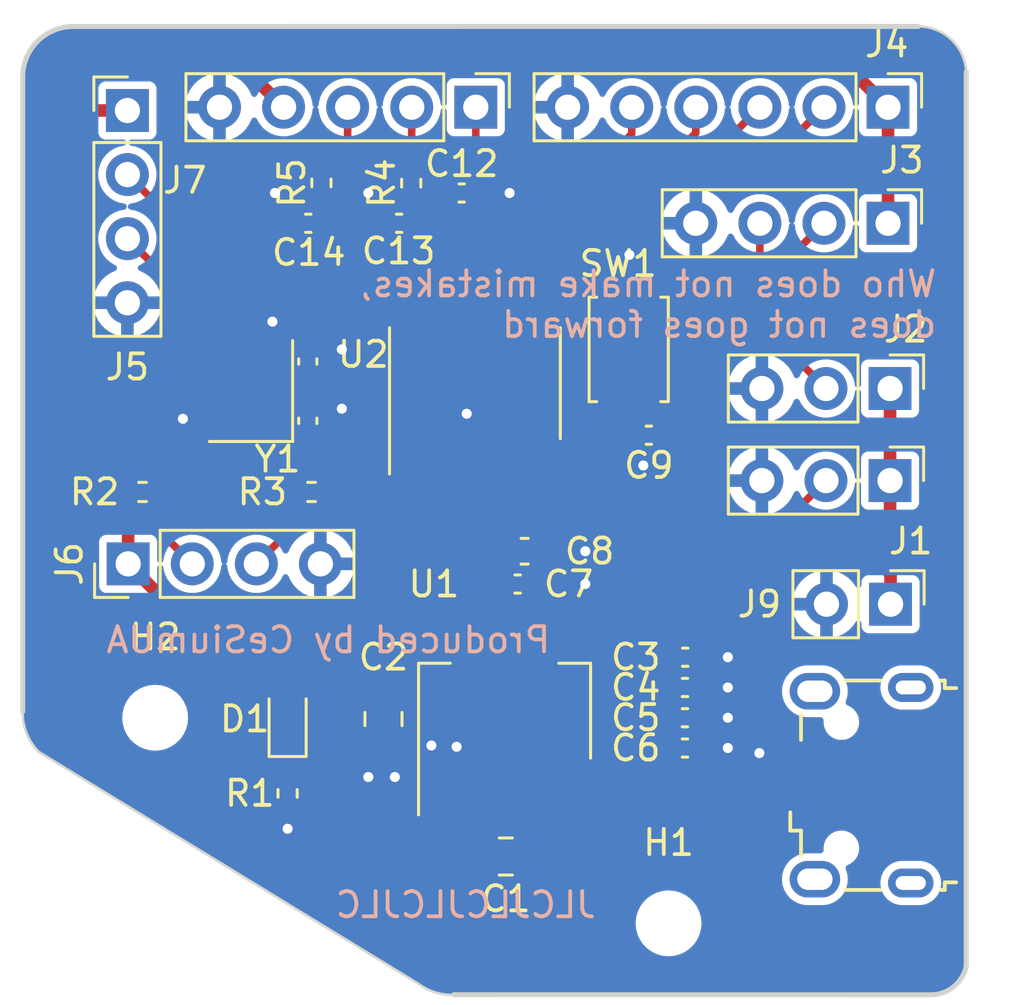
<source format=kicad_pcb>
(kicad_pcb (version 20221018) (generator pcbnew)
  (layers (0 "F.Cu" signal) (31 "B.Cu" power) (34 "B.Paste" user) (35 "F.Paste" user) (36 "B.SilkS" user "B.Silkscreen") (37 "F.SilkS" user "F.Silkscreen") (38 "B.Mask" user) (39 "F.Mask" user) (44 "Edge.Cuts" user))
  (net 0 "")
  (net 1 "+5V")
  (net 2 "GND")
  (net 3 "+3.3V")
  (net 4 "/NRST")
  (net 5 "/RCC_IN")
  (net 6 "/RCC_OUT")
  (net 7 "/JOYSTICK_BTN")
  (net 8 "/JOYSTICK_Y")
  (net 9 "/JOYSTICK_X")
  (net 10 "Net-(D1-K)")
  (net 11 "/TIM1_CH1")
  (net 12 "/TIM1_CH2")
  (net 13 "/USART2_TX")
  (net 14 "/USART2_RX")
  (net 15 "/SPI1_CS")
  (net 16 "/SPI1_SCK")
  (net 17 "/SPI1_MISO")
  (net 18 "/SPI1_MOSI")
  (net 19 "/DEBUG_SWDIO")
  (net 20 "/DEBUG_SWCLK")
  (net 21 "/I2C1_SCL")
  (net 22 "/I2C1_SDA")
  (net 23 "Net-(J7-Pin_2)")
  (net 24 "Net-(J7-Pin_3)")
  (footprint "Crystal:Crystal_SMD_3225-4Pin_3.2x2.5mm" (layer "F.Cu") (at 175.05 83.45 90)
    (fp_text reference "Y1" (at -2.7 1.05) (layer "F.SilkS"))
    (fp_text value "16MHz" hide)
    (fp_line (start -2 -1.65) (end -2 1.65) (stroke (width 0.12)) (layer "F.SilkS"))
    (fp_line (start -2 1.65) (end 2 1.65) (stroke (width 0.12)) (layer "F.SilkS"))
    (pad "1" smd rect (at -1.1 0.85 90) (size 1.4 1.2) (layers "F.Cu" "F.Paste" "F.Mask") (net 5 "/RCC_IN"))
    (pad "2" smd rect (at 1.1 0.85 90) (size 1.4 1.2) (layers "F.Cu" "F.Paste" "F.Mask") (net 2 "GND"))
    (pad "3" smd rect (at 1.1 -0.85 90) (size 1.4 1.2) (layers "F.Cu" "F.Paste" "F.Mask") (net 6 "/RCC_OUT"))
    (pad "4" smd rect (at -1.1 -0.85 90) (size 1.4 1.2) (layers "F.Cu" "F.Paste" "F.Mask") (net 2 "GND"))
  )
  (footprint "Resistor_SMD:R_0402_1005Metric" (layer "F.Cu") (at 181.4 75.21 90)
    (fp_text reference "R4" (at 0 -1.17 90) (layer "F.SilkS"))
    (fp_text value "1K5" hide)
    (fp_line (start -0.153641 -0.38) (end 0.153641 -0.38) (stroke (width 0.12)) (layer "F.SilkS"))
    (fp_line (start -0.153641 0.38) (end 0.153641 0.38) (stroke (width 0.12)) (layer "F.SilkS"))
    (pad "1" smd roundrect (at -0.51 0 90) (size 0.54 0.64) (layers "F.Cu" "F.Paste" "F.Mask") (net 8 "/JOYSTICK_Y"))
    (pad "2" smd roundrect (at 0.51 0 90) (size 0.54 0.64) (layers "F.Cu" "F.Paste" "F.Mask") (net 23 "Net-(J7-Pin_2)"))
  )
  (footprint "Capacitor_SMD:C_0402_1005Metric" (layer "F.Cu") (at 183.4 75.6)
    (fp_text reference "C12" (at 0 -1.16) (layer "F.SilkS"))
    (fp_text value "0.1u" hide)
    (fp_line (start -0.107836 -0.36) (end 0.107836 -0.36) (stroke (width 0.12)) (layer "F.SilkS"))
    (fp_line (start -0.107836 0.36) (end 0.107836 0.36) (stroke (width 0.12)) (layer "F.SilkS"))
    (pad "1" smd roundrect (at -0.48 0) (size 0.56 0.62) (layers "F.Cu" "F.Paste" "F.Mask") (net 7 "/JOYSTICK_BTN"))
    (pad "2" smd roundrect (at 0.48 0) (size 0.56 0.62) (layers "F.Cu" "F.Paste" "F.Mask") (net 2 "GND"))
  )
  (footprint "Connector_PinHeader_2.54mm:PinHeader_1x04_P2.54mm_Vertical" (layer "F.Cu") (at 170.18 90.3 90)
    (fp_text reference "J6" (at 0 -2.33 90) (layer "F.SilkS"))
    (fp_text value "I2C1" hide)
    (fp_line (start -1.33 -1.33) (end 0 -1.33) (stroke (width 0.12)) (layer "F.SilkS"))
    (fp_line (start -1.33 0) (end -1.33 -1.33) (stroke (width 0.12)) (layer "F.SilkS"))
    (fp_line (start -1.33 1.27) (end -1.33 8.95) (stroke (width 0.12)) (layer "F.SilkS"))
    (fp_line (start -1.33 1.27) (end 1.33 1.27) (stroke (width 0.12)) (layer "F.SilkS"))
    (fp_line (start -1.33 8.95) (end 1.33 8.95) (stroke (width 0.12)) (layer "F.SilkS"))
    (fp_line (start 1.33 1.27) (end 1.33 8.95) (stroke (width 0.12)) (layer "F.SilkS"))
    (pad "1" thru_hole rect (at 0 0 90) (size 1.7 1.7) (drill 1) (layers "*.Cu" "*.Mask") (net 3 "+3.3V"))
    (pad "2" thru_hole oval (at 0 2.54 90) (size 1.7 1.7) (drill 1) (layers "*.Cu" "*.Mask") (net 21 "/I2C1_SCL"))
    (pad "3" thru_hole oval (at 0 5.08 90) (size 1.7 1.7) (drill 1) (layers "*.Cu" "*.Mask") (net 22 "/I2C1_SDA"))
    (pad "4" thru_hole oval (at 0 7.62 90) (size 1.7 1.7) (drill 1) (layers "*.Cu" "*.Mask") (net 2 "GND"))
  )
  (footprint "Resistor_SMD:R_0402_1005Metric" (layer "F.Cu") (at 177.45 87.45 180)
    (fp_text reference "R3" (at 1.95 0) (layer "F.SilkS"))
    (fp_text value "1K5" hide)
    (fp_line (start -0.153641 -0.38) (end 0.153641 -0.38) (stroke (width 0.12)) (layer "F.SilkS"))
    (fp_line (start -0.153641 0.38) (end 0.153641 0.38) (stroke (width 0.12)) (layer "F.SilkS"))
    (pad "1" smd roundrect (at -0.51 0 180) (size 0.54 0.64) (layers "F.Cu" "F.Paste" "F.Mask") (net 3 "+3.3V"))
    (pad "2" smd roundrect (at 0.51 0 180) (size 0.54 0.64) (layers "F.Cu" "F.Paste" "F.Mask") (net 22 "/I2C1_SDA"))
  )
  (footprint "Capacitor_SMD:C_0402_1005Metric" (layer "F.Cu") (at 177.3 82.28 90)
    (fp_text reference "C11" hide)
    (fp_text value "10p" hide)
    (fp_line (start -0.107836 -0.36) (end 0.107836 -0.36) (stroke (width 0.12)) (layer "F.SilkS"))
    (fp_line (start -0.107836 0.36) (end 0.107836 0.36) (stroke (width 0.12)) (layer "F.SilkS"))
    (pad "1" smd roundrect (at -0.48 0 90) (size 0.56 0.62) (layers "F.Cu" "F.Paste" "F.Mask") (net 6 "/RCC_OUT"))
    (pad "2" smd roundrect (at 0.48 0 90) (size 0.56 0.62) (layers "F.Cu" "F.Paste" "F.Mask") (net 2 "GND"))
  )
  (footprint "LED_SMD:LED_0603_1608Metric" (layer "F.Cu") (at 176.5 96.45 90)
    (fp_text reference "D1" (at 0 -1.7 180) (layer "F.SilkS"))
    (fp_text value "RED_LED" hide)
    (fp_line (start -1.485 -0.735) (end -1.485 0.735) (stroke (width 0.12)) (layer "F.SilkS"))
    (fp_line (start -1.485 0.735) (end 0.8 0.735) (stroke (width 0.12)) (layer "F.SilkS"))
    (fp_line (start 0.8 -0.735) (end -1.485 -0.735) (stroke (width 0.12)) (layer "F.SilkS"))
    (pad "1" smd roundrect (at -0.7875 0 90) (size 0.875 0.95) (layers "F.Cu" "F.Paste" "F.Mask") (net 10 "Net-(D1-K)"))
    (pad "2" smd roundrect (at 0.7875 0 90) (size 0.875 0.95) (layers "F.Cu" "F.Paste" "F.Mask") (net 3 "+3.3V"))
  )
  (footprint "Capacitor_SMD:C_0402_1005Metric" (layer "F.Cu") (at 192.25 97.6)
    (fp_text reference "C6" (at -1.95 0 180) (layer "F.SilkS"))
    (fp_text value "100n" hide)
    (fp_line (start -0.107836 -0.36) (end 0.107836 -0.36) (stroke (width 0.12)) (layer "F.SilkS"))
    (fp_line (start -0.107836 0.36) (end 0.107836 0.36) (stroke (width 0.12)) (layer "F.SilkS"))
    (pad "1" smd roundrect (at -0.48 0) (size 0.56 0.62) (layers "F.Cu" "F.Paste" "F.Mask") (net 1 "+5V"))
    (pad "2" smd roundrect (at 0.48 0) (size 0.56 0.62) (layers "F.Cu" "F.Paste" "F.Mask") (net 2 "GND"))
  )
  (footprint "Capacitor_SMD:C_0603_1608Metric" (layer "F.Cu") (at 185.895 89.8)
    (fp_text reference "C8" (at 2.575 0) (layer "F.SilkS"))
    (fp_text value "4.7u" hide)
    (fp_line (start -0.14058 -0.51) (end 0.14058 -0.51) (stroke (width 0.12)) (layer "F.SilkS"))
    (fp_line (start -0.14058 0.51) (end 0.14058 0.51) (stroke (width 0.12)) (layer "F.SilkS"))
    (pad "1" smd roundrect (at -0.775 0) (size 0.9 0.95) (layers "F.Cu" "F.Paste" "F.Mask") (net 3 "+3.3V"))
    (pad "2" smd roundrect (at 0.775 0) (size 0.9 0.95) (layers "F.Cu" "F.Paste" "F.Mask") (net 2 "GND"))
  )
  (footprint "Package_TO_SOT_SMD:SOT-223-3_TabPin2" (layer "F.Cu") (at 185.1 96.15 90)
    (fp_text reference "U1" (at 5.05 -2.8 180) (layer "F.SilkS"))
    (fp_text value "AMS1117-3.3" hide)
    (fp_line (start -4.1 -3.41) (end 1.91 -3.41) (stroke (width 0.12)) (layer "F.SilkS"))
    (fp_line (start -1.85 3.41) (end 1.91 3.41) (stroke (width 0.12)) (layer "F.SilkS"))
    (fp_line (start 1.91 -3.41) (end 1.91 -2.15) (stroke (width 0.12)) (layer "F.SilkS"))
    (fp_line (start 1.91 3.41) (end 1.91 2.15) (stroke (width 0.12)) (layer "F.SilkS"))
    (pad "1" smd rect (at -3.15 -2.3 90) (size 2 1.5) (layers "F.Cu" "F.Paste" "F.Mask") (net 2 "GND"))
    (pad "2" smd rect (at -3.15 0 90) (size 2 1.5) (layers "F.Cu" "F.Paste" "F.Mask") (net 3 "+3.3V"))
    (pad "2" smd rect (at 3.15 0 90) (size 2 3.8) (layers "F.Cu" "F.Paste" "F.Mask") (net 3 "+3.3V"))
    (pad "3" smd rect (at -3.15 2.3 90) (size 2 1.5) (layers "F.Cu" "F.Paste" "F.Mask") (net 1 "+5V"))
  )
  (footprint "Button_Switch_SMD:SW_Push_SPST_NO_Alps_SKRK" (layer "F.Cu") (at 190.02 81.8 -90)
    (fp_text reference "SW1" (at -3.4 0.42 -180) (layer "F.SilkS"))
    (fp_text value "RST_BTN" hide)
    (fp_line (start -2.07 -1.57) (end 2.07 -1.57) (stroke (width 0.12)) (layer "F.SilkS"))
    (fp_line (start -2.07 -1.27) (end -2.07 -1.57) (stroke (width 0.12)) (layer "F.SilkS"))
    (fp_line (start -2.07 1.57) (end -2.07 1.27) (stroke (width 0.12)) (layer "F.SilkS"))
    (fp_line (start 2.07 -1.57) (end 2.07 -1.27) (stroke (width 0.12)) (layer "F.SilkS"))
    (fp_line (start 2.07 1.27) (end 2.07 1.57) (stroke (width 0.12)) (layer "F.SilkS"))
    (fp_line (start 2.07 1.57) (end -2.07 1.57) (stroke (width 0.12)) (layer "F.SilkS"))
    (pad "1" smd roundrect (at -2.1 0 270) (size 0.8 2) (layers "F.Cu" "F.Paste" "F.Mask") (net 2 "GND"))
    (pad "2" smd roundrect (at 2.1 0 270) (size 0.8 2) (layers "F.Cu" "F.Paste" "F.Mask") (net 4 "/NRST"))
  )
  (footprint "Capacitor_SMD:C_0402_1005Metric" (layer "F.Cu") (at 177.32 76.8 180)
    (fp_text reference "C14" (at -0.02 -1.16) (layer "F.SilkS"))
    (fp_text value "1u" hide)
    (fp_line (start -0.107836 -0.36) (end 0.107836 -0.36) (stroke (width 0.12)) (layer "F.SilkS"))
    (fp_line (start -0.107836 0.36) (end 0.107836 0.36) (stroke (width 0.12)) (layer "F.SilkS"))
    (pad "1" smd roundrect (at -0.48 0 180) (size 0.56 0.62) (layers "F.Cu" "F.Paste" "F.Mask") (net 9 "/JOYSTICK_X"))
    (pad "2" smd roundrect (at 0.48 0 180) (size 0.56 0.62) (layers "F.Cu" "F.Paste" "F.Mask") (net 2 "GND"))
  )
  (footprint "Capacitor_SMD:C_0402_1005Metric" (layer "F.Cu") (at 185.62 91.1)
    (fp_text reference "C7" (at 2.02 0) (layer "F.SilkS"))
    (fp_text value "100n" hide)
    (fp_line (start -0.107836 -0.36) (end 0.107836 -0.36) (stroke (width 0.12)) (layer "F.SilkS"))
    (fp_line (start -0.107836 0.36) (end 0.107836 0.36) (stroke (width 0.12)) (layer "F.SilkS"))
    (pad "1" smd roundrect (at -0.48 0) (size 0.56 0.62) (layers "F.Cu" "F.Paste" "F.Mask") (net 3 "+3.3V"))
    (pad "2" smd roundrect (at 0.48 0) (size 0.56 0.62) (layers "F.Cu" "F.Paste" "F.Mask") (net 2 "GND"))
  )
  (footprint "Resistor_SMD:R_0402_1005Metric" (layer "F.Cu") (at 170.75 87.45)
    (fp_text reference "R2" (at -1.9 0) (layer "F.SilkS"))
    (fp_text value "1K5" hide)
    (fp_line (start -0.153641 -0.38) (end 0.153641 -0.38) (stroke (width 0.12)) (layer "F.SilkS"))
    (fp_line (start -0.153641 0.38) (end 0.153641 0.38) (stroke (width 0.12)) (layer "F.SilkS"))
    (pad "1" smd roundrect (at -0.51 0) (size 0.54 0.64) (layers "F.Cu" "F.Paste" "F.Mask") (net 3 "+3.3V"))
    (pad "2" smd roundrect (at 0.51 0) (size 0.54 0.64) (layers "F.Cu" "F.Paste" "F.Mask") (net 21 "/I2C1_SCL"))
  )
  (footprint "Capacitor_SMD:C_0402_1005Metric" (layer "F.Cu") (at 192.25 96.4)
    (fp_text reference "C5" (at -1.95 0 180) (layer "F.SilkS"))
    (fp_text value "100n" hide)
    (fp_line (start -0.107836 -0.36) (end 0.107836 -0.36) (stroke (width 0.12)) (layer "F.SilkS"))
    (fp_line (start -0.107836 0.36) (end 0.107836 0.36) (stroke (width 0.12)) (layer "F.SilkS"))
    (pad "1" smd roundrect (at -0.48 0) (size 0.56 0.62) (layers "F.Cu" "F.Paste" "F.Mask") (net 1 "+5V"))
    (pad "2" smd roundrect (at 0.48 0) (size 0.56 0.62) (layers "F.Cu" "F.Paste" "F.Mask") (net 2 "GND"))
  )
  (footprint "Package_SO:TSSOP-20_4.4x6.5mm_P0.65mm" (layer "F.Cu") (at 183.925 83.1375 90)
    (fp_text reference "U2" (at 1.1375 -4.425 180) (layer "F.SilkS"))
    (fp_text value "STM32C011F6Px" hide)
    (fp_line (start 0 -3.385) (end -3.6 -3.385) (stroke (width 0.12)) (layer "F.SilkS"))
    (fp_line (start 0 -3.385) (end 2.2 -3.385) (stroke (width 0.12)) (layer "F.SilkS"))
    (fp_line (start 0 3.385) (end -2.2 3.385) (stroke (width 0.12)) (layer "F.SilkS"))
    (fp_line (start 0 3.385) (end 2.2 3.385) (stroke (width 0.12)) (layer "F.SilkS"))
    (pad "1" smd roundrect (at -2.8625 -2.925 90) (size 1.475 0.4) (layers "F.Cu" "F.Paste" "F.Mask") (net 22 "/I2C1_SDA"))
    (pad "2" smd roundrect (at -2.8625 -2.275 90) (size 1.475 0.4) (layers "F.Cu" "F.Paste" "F.Mask") (net 5 "/RCC_IN"))
    (pad "3" smd roundrect (at -2.8625 -1.625 90) (size 1.475 0.4) (layers "F.Cu" "F.Paste" "F.Mask") (net 6 "/RCC_OUT"))
    (pad "4" smd roundrect (at -2.8625 -0.975 90) (size 1.475 0.4) (layers "F.Cu" "F.Paste" "F.Mask") (net 3 "+3.3V"))
    (pad "5" smd roundrect (at -2.8625 -0.325 90) (size 1.475 0.4) (layers "F.Cu" "F.Paste" "F.Mask") (net 2 "GND"))
    (pad "6" smd roundrect (at -2.8625 0.325 90) (size 1.475 0.4) (layers "F.Cu" "F.Paste" "F.Mask") (net 4 "/NRST"))
    (pad "7" smd roundrect (at -2.8625 0.975 90) (size 1.475 0.4) (layers "F.Cu" "F.Paste" "F.Mask") (net 11 "/TIM1_CH1"))
    (pad "8" smd roundrect (at -2.8625 1.625 90) (size 1.475 0.4) (layers "F.Cu" "F.Paste" "F.Mask") (net 12 "/TIM1_CH2"))
    (pad "9" smd roundrect (at -2.8625 2.275 90) (size 1.475 0.4) (layers "F.Cu" "F.Paste" "F.Mask") (net 13 "/USART2_TX"))
    (pad "10" smd roundrect (at -2.8625 2.925 90) (size 1.475 0.4) (layers "F.Cu" "F.Paste" "F.Mask") (net 14 "/USART2_RX"))
    (pad "11" smd roundrect (at 2.8625 2.925 90) (size 1.475 0.4) (layers "F.Cu" "F.Paste" "F.Mask") (net 15 "/SPI1_CS"))
    (pad "12" smd roundrect (at 2.8625 2.275 90) (size 1.475 0.4) (layers "F.Cu" "F.Paste" "F.Mask") (net 16 "/SPI1_SCK"))
    (pad "13" smd roundrect (at 2.8625 1.625 90) (size 1.475 0.4) (layers "F.Cu" "F.Paste" "F.Mask") (net 17 "/SPI1_MISO"))
    (pad "14" smd roundrect (at 2.8625 0.975 90) (size 1.475 0.4) (layers "F.Cu" "F.Paste" "F.Mask") (net 18 "/SPI1_MOSI"))
    (pad "15" smd roundrect (at 2.8625 0.325 90) (size 1.475 0.4) (layers "F.Cu" "F.Paste" "F.Mask") (net 7 "/JOYSTICK_BTN"))
    (pad "16" smd roundrect (at 2.8625 -0.325 90) (size 1.475 0.4) (layers "F.Cu" "F.Paste" "F.Mask") (net 8 "/JOYSTICK_Y"))
    (pad "17" smd roundrect (at 2.8625 -0.975 90) (size 1.475 0.4) (layers "F.Cu" "F.Paste" "F.Mask") (net 9 "/JOYSTICK_X"))
    (pad "18" smd roundrect (at 2.8625 -1.625 90) (size 1.475 0.4) (layers "F.Cu" "F.Paste" "F.Mask") (net 19 "/DEBUG_SWDIO"))
    (pad "19" smd roundrect (at 2.8625 -2.275 90) (size 1.475 0.4) (layers "F.Cu" "F.Paste" "F.Mask") (net 20 "/DEBUG_SWCLK"))
    (pad "20" smd roundrect (at 2.8625 -2.925 90) (size 1.475 0.4) (layers "F.Cu" "F.Paste" "F.Mask") (net 21 "/I2C1_SCL"))
  )
  (footprint "Connector_PinHeader_2.54mm:PinHeader_1x03_P2.54mm_Vertical" (layer "F.Cu") (at 200.38 87 -90)
    (fp_text reference "J1" (at 2.4 -0.82) (layer "F.SilkS"))
    (fp_text value "SERVO_Y" hide)
    (fp_line (start -1.33 -1.33) (end 0 -1.33) (stroke (width 0.12)) (layer "F.SilkS"))
    (fp_line (start -1.33 0) (end -1.33 -1.33) (stroke (width 0.12)) (layer "F.SilkS"))
    (fp_line (start -1.33 1.27) (end -1.33 6.41) (stroke (width 0.12)) (layer "F.SilkS"))
    (fp_line (start -1.33 1.27) (end 1.33 1.27) (stroke (width 0.12)) (layer "F.SilkS"))
    (fp_line (start -1.33 6.41) (end 1.33 6.41) (stroke (width 0.12)) (layer "F.SilkS"))
    (fp_line (start 1.33 1.27) (end 1.33 6.41) (stroke (width 0.12)) (layer "F.SilkS"))
    (pad "1" thru_hole rect (at 0 0 270) (size 1.7 1.7) (drill 1) (layers "*.Cu" "*.Mask") (net 1 "+5V"))
    (pad "2" thru_hole oval (at 0 2.54 270) (size 1.7 1.7) (drill 1) (layers "*.Cu" "*.Mask") (net 11 "/TIM1_CH1"))
    (pad "3" thru_hole oval (at 0 5.08 270) (size 1.7 1.7) (drill 1) (layers "*.Cu" "*.Mask") (net 2 "GND"))
  )
  (footprint "Resistor_SMD:R_0402_1005Metric" (layer "F.Cu") (at 177.84 75.2 90)
    (fp_text reference "R5" (at 0 -1.17 90) (layer "F.SilkS"))
    (fp_text value "1K5" hide)
    (fp_line (start -0.153641 -0.38) (end 0.153641 -0.38) (stroke (width 0.12)) (layer "F.SilkS"))
    (fp_line (start -0.153641 0.38) (end 0.153641 0.38) (stroke (width 0.12)) (layer "F.SilkS"))
    (pad "1" smd roundrect (at -0.51 0 90) (size 0.54 0.64) (layers "F.Cu" "F.Paste" "F.Mask") (net 9 "/JOYSTICK_X"))
    (pad "2" smd roundrect (at 0.51 0 90) (size 0.54 0.64) (layers "F.Cu" "F.Paste" "F.Mask") (net 24 "Net-(J7-Pin_3)"))
  )
  (footprint "Connector_PinHeader_2.54mm:PinHeader_1x04_P2.54mm_Vertical" (layer "F.Cu") (at 200.3 76.8 -90)
    (fp_text reference "J3" (at -2.5 -0.55 -180) (layer "F.SilkS"))
    (fp_text value "USART2" hide)
    (fp_line (start -1.33 -1.33) (end 0 -1.33) (stroke (width 0.12)) (layer "F.SilkS"))
    (fp_line (start -1.33 0) (end -1.33 -1.33) (stroke (width 0.12)) (layer "F.SilkS"))
    (fp_line (start -1.33 1.27) (end -1.33 8.95) (stroke (width 0.12)) (layer "F.SilkS"))
    (fp_line (start -1.33 1.27) (end 1.33 1.27) (stroke (width 0.12)) (layer "F.SilkS"))
    (fp_line (start -1.33 8.95) (end 1.33 8.95) (stroke (width 0.12)) (layer "F.SilkS"))
    (fp_line (start 1.33 1.27) (end 1.33 8.95) (stroke (width 0.12)) (layer "F.SilkS"))
    (pad "1" thru_hole rect (at 0 0 270) (size 1.7 1.7) (drill 1) (layers "*.Cu" "*.Mask") (net 3 "+3.3V"))
    (pad "2" thru_hole oval (at 0 2.54 270) (size 1.7 1.7) (drill 1) (layers "*.Cu" "*.Mask") (net 13 "/USART2_TX"))
    (pad "3" thru_hole oval (at 0 5.08 270) (size 1.7 1.7) (drill 1) (layers "*.Cu" "*.Mask") (net 14 "/USART2_RX"))
    (pad "4" thru_hole oval (at 0 7.62 270) (size 1.7 1.7) (drill 1) (layers "*.Cu" "*.Mask") (net 2 "GND"))
  )
  (footprint "Connector_PinHeader_2.54mm:PinHeader_1x06_P2.54mm_Vertical" (layer "F.Cu") (at 200.3 72.2 -90)
    (fp_text reference "J4" (at -2.5 0.05 -180) (layer "F.SilkS"))
    (fp_text value "SPI1" hide)
    (fp_line (start -1.33 -1.33) (end 0 -1.33) (stroke (width 0.12)) (layer "F.SilkS"))
    (fp_line (start -1.33 0) (end -1.33 -1.33) (stroke (width 0.12)) (layer "F.SilkS"))
    (fp_line (start -1.33 1.27) (end -1.33 14.03) (stroke (width 0.12)) (layer "F.SilkS"))
    (fp_line (start -1.33 1.27) (end 1.33 1.27) (stroke (width 0.12)) (layer "F.SilkS"))
    (fp_line (start -1.33 14.03) (end 1.33 14.03) (stroke (width 0.12)) (layer "F.SilkS"))
    (fp_line (start 1.33 1.27) (end 1.33 14.03) (stroke (width 0.12)) (layer "F.SilkS"))
    (pad "1" thru_hole rect (at 0 0 270) (size 1.7 1.7) (drill 1) (layers "*.Cu" "*.Mask") (net 3 "+3.3V"))
    (pad "2" thru_hole oval (at 0 2.54 270) (size 1.7 1.7) (drill 1) (layers "*.Cu" "*.Mask") (net 15 "/SPI1_CS"))
    (pad "3" thru_hole oval (at 0 5.08 270) (size 1.7 1.7) (drill 1) (layers "*.Cu" "*.Mask") (net 16 "/SPI1_SCK"))
    (pad "4" thru_hole oval (at 0 7.62 270) (size 1.7 1.7) (drill 1) (layers "*.Cu" "*.Mask") (net 17 "/SPI1_MISO"))
    (pad "5" thru_hole oval (at 0 10.16 270) (size 1.7 1.7) (drill 1) (layers "*.Cu" "*.Mask") (net 18 "/SPI1_MOSI"))
    (pad "6" thru_hole oval (at 0 12.7 270) (size 1.7 1.7) (drill 1) (layers "*.Cu" "*.Mask") (net 2 "GND"))
  )
  (footprint "Connector_PinHeader_2.54mm:PinHeader_1x02_P2.54mm_Vertical" (layer "F.Cu") (at 200.4 91.9 -90)
    (fp_text reference "J9" (at 0 5.2) (layer "F.SilkS"))
    (fp_text value "LASER" hide)
    (fp_line (start -1.33 -1.33) (end 0 -1.33) (stroke (width 0.12)) (layer "F.SilkS"))
    (fp_line (start -1.33 0) (end -1.33 -1.33) (stroke (width 0.12)) (layer "F.SilkS"))
    (fp_line (start -1.33 1.27) (end -1.33 3.87) (stroke (width 0.12)) (layer "F.SilkS"))
    (fp_line (start -1.33 1.27) (end 1.33 1.27) (stroke (width 0.12)) (layer "F.SilkS"))
    (fp_line (start -1.33 3.87) (end 1.33 3.87) (stroke (width 0.12)) (layer "F.SilkS"))
    (fp_line (start 1.33 1.27) (end 1.33 3.87) (stroke (width 0.12)) (layer "F.SilkS"))
    (pad "1" thru_hole rect (at 0 0 270) (size 1.7 1.7) (drill 1) (layers "*.Cu" "*.Mask") (net 1 "+5V"))
    (pad "2" thru_hole oval (at 0 2.54 270) (size 1.7 1.7) (drill 1) (layers "*.Cu" "*.Mask") (net 2 "GND"))
  )
  (footprint "Capacitor_SMD:C_0402_1005Metric" (layer "F.Cu") (at 192.26 94)
    (fp_text reference "C3" (at -1.96 0 180) (layer "F.SilkS"))
    (fp_text value "100n" hide)
    (fp_line (start -0.107836 -0.36) (end 0.107836 -0.36) (stroke (width 0.12)) (layer "F.SilkS"))
    (fp_line (start -0.107836 0.36) (end 0.107836 0.36) (stroke (width 0.12)) (layer "F.SilkS"))
    (pad "1" smd roundrect (at -0.48 0) (size 0.56 0.62) (layers "F.Cu" "F.Paste" "F.Mask") (net 1 "+5V"))
    (pad "2" smd roundrect (at 0.48 0) (size 0.56 0.62) (layers "F.Cu" "F.Paste" "F.Mask") (net 2 "GND"))
  )
  (footprint "MountingHole:MountingHole_2.1mm" (layer "F.Cu") (at 191.6 104.55)
    (fp_text reference "H1" (at 0 -3.2) (layer "F.SilkS"))
    (fp_text value "MountingHole_Pad" hide)
    (pad "" np_thru_hole circle (at 0 0) (size 2.1 2.1) (drill 2.1) (layers "*.Cu" "*.Mask"))
  )
  (footprint "Connector_USB:USB_Micro-B_Wuerth_629105150521" (layer "F.Cu") (at 199.25 99.075 90)
    (fp_text reference "J8")
    (fp_text value "USB_B_Micro" hide)
    (fp_line (start -4.15 -0.65) (end -4.15 0.75) (stroke (width 0.15)) (layer "F.SilkS"))
    (fp_line (start -4.15 3.15) (end -4.15 3.3) (stroke (width 0.15)) (layer "F.SilkS"))
    (fp_line (start -4.15 3.3) (end -3.85 3.3) (stroke (width 0.15)) (layer "F.SilkS"))
    (fp_line (start -3.85 3.3) (end -3.85 3.75) (stroke (width 0.15)) (layer "F.SilkS"))
    (fp_line (start -1.8 -2.825) (end -1.8 -2.4) (stroke (width 0.15)) (layer "F.SilkS"))
    (fp_line (start -1.8 -2.4) (end -2.8 -2.4) (stroke (width 0.15)) (layer "F.SilkS"))
    (fp_line (start -1.075 -2.825) (end -1.8 -2.825) (stroke (width 0.15)) (layer "F.SilkS"))
    (fp_line (start 1.8 -2.4) (end 2.8 -2.4) (stroke (width 0.15)) (layer "F.SilkS"))
    (fp_line (start 3.85 3.3) (end 4.15 3.3) (stroke (width 0.15)) (layer "F.SilkS"))
    (fp_line (start 3.85 3.75) (end 3.85 3.3) (stroke (width 0.15)) (layer "F.SilkS"))
    (fp_line (start 4.15 0.75) (end 4.15 -0.65) (stroke (width 0.15)) (layer "F.SilkS"))
    (fp_line (start 4.15 3.3) (end 4.15 3.15) (stroke (width 0.15)) (layer "F.SilkS"))
    (pad "" np_thru_hole oval (at -2.5 -0.8 90) (size 0.8 0.8) (drill 0.8) (layers "*.Cu" "*.Mask"))
    (pad "" np_thru_hole oval (at 2.5 -0.8 90) (size 0.8 0.8) (drill 0.8) (layers "*.Cu" "*.Mask"))
    (pad "1" smd rect (at -1.3 -1.9 90) (size 0.45 1.3) (layers "F.Cu" "F.Paste" "F.Mask") (net 1 "+5V"))
    (pad "2" smd rect (at -0.65 -1.9 90) (size 0.45 1.3) (layers "F.Cu" "F.Paste" "F.Mask"))
    (pad "3" smd rect (at 0 -1.9 90) (size 0.45 1.3) (layers "F.Cu" "F.Paste" "F.Mask"))
    (pad "4" smd rect (at 0.65 -1.9 90) (size 0.45 1.3) (layers "F.Cu" "F.Paste" "F.Mask"))
    (pad "5" smd rect (at 1.3 -1.9 90) (size 0.45 1.3) (layers "F.Cu" "F.Paste" "F.Mask") (net 2 "GND"))
    (pad "6" thru_hole oval (at -3.875 1.95 90) (size 1.15 1.8) (drill oval 0.55 1.2) (layers "*.Cu" "*.Mask"))
    (pad "6" thru_hole oval (at -3.725 -1.85 90) (size 1.45 2) (drill oval 0.85 1.4) (layers "*.Cu" "*.Mask"))
    (pad "6" thru_hole oval (at 3.725 -1.85 90) (size 1.45 2) (drill oval 0.85 1.4) (layers "*.Cu" "*.Mask"))
    (pad "6" thru_hole oval (at 3.875 1.95 90) (size 1.15 1.8) (drill oval 0.55 1.2) (layers "*.Cu" "*.Mask"))
  )
  (footprint "MountingHole:MountingHole_2.1mm" (layer "F.Cu") (at 171.25 96.4)
    (fp_text reference "H2" (at 0 -3.2) (layer "F.SilkS"))
    (fp_text value "MountingHole_Pad" hide)
    (pad "" np_thru_hole circle (at 0 0) (size 2.1 2.1) (drill 2.1) (layers "*.Cu" "*.Mask"))
  )
  (footprint "Capacitor_SMD:C_0402_1005Metric" (layer "F.Cu") (at 190.82 85.2)
    (fp_text reference "C9" (at 0 1.2) (layer "F.SilkS"))
    (fp_text value "0.1u" hide)
    (fp_line (start -0.107836 -0.36) (end 0.107836 -0.36) (stroke (width 0.12)) (layer "F.SilkS"))
    (fp_line (start -0.107836 0.36) (end 0.107836 0.36) (stroke (width 0.12)) (layer "F.SilkS"))
    (pad "1" smd roundrect (at -0.48 0) (size 0.56 0.62) (layers "F.Cu" "F.Paste" "F.Mask") (net 4 "/NRST"))
    (pad "2" smd roundrect (at 0.48 0) (size 0.56 0.62) (layers "F.Cu" "F.Paste" "F.Mask") (net 2 "GND"))
  )
  (footprint "Capacitor_SMD:C_0402_1005Metric" (layer "F.Cu") (at 192.25 95.2)
    (fp_text reference "C4" (at -1.95 0 180) (layer "F.SilkS"))
    (fp_text value "100n" hide)
    (fp_line (start -0.107836 -0.36) (end 0.107836 -0.36) (stroke (width 0.12)) (layer "F.SilkS"))
    (fp_line (start -0.107836 0.36) (end 0.107836 0.36) (stroke (width 0.12)) (layer "F.SilkS"))
    (pad "1" smd roundrect (at -0.48 0) (size 0.56 0.62) (layers "F.Cu" "F.Paste" "F.Mask") (net 1 "+5V"))
    (pad "2" smd roundrect (at 0.48 0) (size 0.56 0.62) (layers "F.Cu" "F.Paste" "F.Mask") (net 2 "GND"))
  )
  (footprint "Connector_PinHeader_2.54mm:PinHeader_1x04_P2.54mm_Vertical" (layer "F.Cu") (at 170.15 72.33)
    (fp_text reference "J5" (at 0 10.17) (layer "F.SilkS"))
    (fp_text value "DEBUG" hide)
    (fp_line (start -1.33 -1.33) (end 0 -1.33) (stroke (width 0.12)) (layer "F.SilkS"))
    (fp_line (start -1.33 0) (end -1.33 -1.33) (stroke (width 0.12)) (layer "F.SilkS"))
    (fp_line (start -1.33 1.27) (end -1.33 8.95) (stroke (width 0.12)) (layer "F.SilkS"))
    (fp_line (start -1.33 1.27) (end 1.33 1.27) (stroke (width 0.12)) (layer "F.SilkS"))
    (fp_line (start -1.33 8.95) (end 1.33 8.95) (stroke (width 0.12)) (layer "F.SilkS"))
    (fp_line (start 1.33 1.27) (end 1.33 8.95) (stroke (width 0.12)) (layer "F.SilkS"))
    (pad "1" thru_hole rect (at 0 0) (size 1.7 1.7) (drill 1) (layers "*.Cu" "*.Mask") (net 3 "+3.3V"))
    (pad "2" thru_hole oval (at 0 2.54) (size 1.7 1.7) (drill 1) (layers "*.Cu" "*.Mask") (net 19 "/DEBUG_SWDIO"))
    (pad "3" thru_hole oval (at 0 5.08) (size 1.7 1.7) (drill 1) (layers "*.Cu" "*.Mask") (net 20 "/DEBUG_SWCLK"))
    (pad "4" thru_hole oval (at 0 7.62) (size 1.7 1.7) (drill 1) (layers "*.Cu" "*.Mask") (net 2 "GND"))
  )
  (footprint "Connector_PinHeader_2.54mm:PinHeader_1x05_P2.54mm_Vertical" (layer "F.Cu") (at 183.96 72.2 -90)
    (fp_text reference "J7" (at 2.9 11.53) (layer "F.SilkS"))
    (fp_text value "JOYSTICK" hide)
    (fp_line (start -1.33 -1.33) (end 0 -1.33) (stroke (width 0.12)) (layer "F.SilkS"))
    (fp_line (start -1.33 0) (end -1.33 -1.33) (stroke (width 0.12)) (layer "F.SilkS"))
    (fp_line (start -1.33 1.27) (end -1.33 11.49) (stroke (width 0.12)) (layer "F.SilkS"))
    (fp_line (start -1.33 1.27) (end 1.33 1.27) (stroke (width 0.12)) (layer "F.SilkS"))
    (fp_line (start -1.33 11.49) (end 1.33 11.49) (stroke (width 0.12)) (layer "F.SilkS"))
    (fp_line (start 1.33 1.27) (end 1.33 11.49) (stroke (width 0.12)) (layer "F.SilkS"))
    (pad "1" thru_hole rect (at 0 0 270) (size 1.7 1.7) (drill 1) (layers "*.Cu" "*.Mask") (net 7 "/JOYSTICK_BTN"))
    (pad "2" thru_hole oval (at 0 2.54 270) (size 1.7 1.7) (drill 1) (layers "*.Cu" "*.Mask") (net 23 "Net-(J7-Pin_2)"))
    (pad "3" thru_hole oval (at 0 5.08 270) (size 1.7 1.7) (drill 1) (layers "*.Cu" "*.Mask") (net 24 "Net-(J7-Pin_3)"))
    (pad "4" thru_hole oval (at 0 7.62 270) (size 1.7 1.7) (drill 1) (layers "*.Cu" "*.Mask") (net 3 "+3.3V"))
    (pad "5" thru_hole oval (at 0 10.16 270) (size 1.7 1.7) (drill 1) (layers "*.Cu" "*.Mask") (net 2 "GND"))
  )
  (footprint "Capacitor_SMD:C_0402_1005Metric" (layer "F.Cu") (at 180.92 76.8 180)
    (fp_text reference "C13" (at 0.02 -1.1) (layer "F.SilkS"))
    (fp_text value "1u" hide)
    (fp_line (start -0.107836 -0.36) (end 0.107836 -0.36) (stroke (width 0.12)) (layer "F.SilkS"))
    (fp_line (start -0.107836 0.36) (end 0.107836 0.36) (stroke (width 0.12)) (layer "F.SilkS"))
    (pad "1" smd roundrect (at -0.48 0 180) (size 0.56 0.62) (layers "F.Cu" "F.Paste" "F.Mask") (net 8 "/JOYSTICK_Y"))
    (pad "2" smd roundrect (at 0.48 0 180) (size 0.56 0.62) (layers "F.Cu" "F.Paste" "F.Mask") (net 2 "GND"))
  )
  (footprint "Capacitor_SMD:C_0805_2012Metric" (layer "F.Cu") (at 185.15 101.9 180)
    (fp_text reference "C1" (at 0 -1.68) (layer "F.SilkS"))
    (fp_text value "22u" hide)
    (fp_line (start -0.261252 -0.735) (end 0.261252 -0.735) (stroke (width 0.12)) (layer "F.SilkS"))
    (fp_line (start -0.261252 0.735) (end 0.261252 0.735) (stroke (width 0.12)) (layer "F.SilkS"))
    (pad "1" smd roundrect (at -0.95 0 180) (size 1 1.45) (layers "F.Cu" "F.Paste" "F.Mask") (net 1 "+5V"))
    (pad "2" smd roundrect (at 0.95 0 180) (size 1 1.45) (layers "F.Cu" "F.Paste" "F.Mask") (net 2 "GND"))
  )
  (footprint "Resistor_SMD:R_0402_1005Metric" (layer "F.Cu") (at 176.5 99.4 -90)
    (fp_text reference "R1" (at 0 1.5 -180) (layer "F.SilkS"))
    (fp_text value "1k5" hide)
    (fp_line (start -0.153641 -0.38) (end 0.153641 -0.38) (stroke (width 0.12)) (layer "F.SilkS"))
    (fp_line (start -0.153641 0.38) (end 0.153641 0.38) (stroke (width 0.12)) (layer "F.SilkS"))
    (pad "1" smd roundrect (at -0.51 0 270) (size 0.54 0.64) (layers "F.Cu" "F.Paste" "F.Mask") (net 10 "Net-(D1-K)"))
    (pad "2" smd roundrect (at 0.51 0 270) (size 0.54 0.64) (layers "F.Cu" "F.Paste" "F.Mask") (net 2 "GND"))
  )
  (footprint "Connector_PinHeader_2.54mm:PinHeader_1x03_P2.54mm_Vertical" (layer "F.Cu") (at 200.38 83.35 -90)
    (fp_text reference "J2" (at -2.35 -0.62) (layer "F.SilkS"))
    (fp_text value "SERVO_X" hide)
    (fp_line (start -1.33 -1.33) (end 0 -1.33) (stroke (width 0.12)) (layer "F.SilkS"))
    (fp_line (start -1.33 0) (end -1.33 -1.33) (stroke (width 0.12)) (layer "F.SilkS"))
    (fp_line (start -1.33 1.27) (end -1.33 6.41) (stroke (width 0.12)) (layer "F.SilkS"))
    (fp_line (start -1.33 1.27) (end 1.33 1.27) (stroke (width 0.12)) (layer "F.SilkS"))
    (fp_line (start -1.33 6.41) (end 1.33 6.41) (stroke (width 0.12)) (layer "F.SilkS"))
    (fp_line (start 1.33 1.27) (end 1.33 6.41) (stroke (width 0.12)) (layer "F.SilkS"))
    (pad "1" thru_hole rect (at 0 0 270) (size 1.7 1.7) (drill 1) (layers "*.Cu" "*.Mask") (net 1 "+5V"))
    (pad "2" thru_hole oval (at 0 2.54 270) (size 1.7 1.7) (drill 1) (layers "*.Cu" "*.Mask") (net 12 "/TIM1_CH2"))
    (pad "3" thru_hole oval (at 0 5.08 270) (size 1.7 1.7) (drill 1) (layers "*.Cu" "*.Mask") (net 2 "GND"))
  )
  (footprint "Capacitor_SMD:C_0805_2012Metric" (layer "F.Cu") (at 180.3 96.45 -90)
    (fp_text reference "C2" (at -2.45 0 -180) (layer "F.SilkS"))
    (fp_text value "22u" hide)
    (fp_line (start -0.261252 -0.735) (end 0.261252 -0.735) (stroke (width 0.12)) (layer "F.SilkS"))
    (fp_line (start -0.261252 0.735) (end 0.261252 0.735) (stroke (width 0.12)) (layer "F.SilkS"))
    (pad "1" smd roundrect (at -0.95 0 270) (size 1 1.45) (layers "F.Cu" "F.Paste" "F.Mask") (net 3 "+3.3V"))
    (pad "2" smd roundrect (at 0.95 0 270) (size 1 1.45) (layers "F.Cu" "F.Paste" "F.Mask") (net 2 "GND"))
  )
  (footprint "Capacitor_SMD:C_0402_1005Metric" (layer "F.Cu") (at 177.3 84.63 90)
    (fp_text reference "C10" hide)
    (fp_text value "10p" hide)
    (fp_line (start -0.107836 -0.36) (end 0.107836 -0.36) (stroke (width 0.12)) (layer "F.SilkS"))
    (fp_line (start -0.107836 0.36) (end 0.107836 0.36) (stroke (width 0.12)) (layer "F.SilkS"))
    (pad "1" smd roundrect (at -0.48 0 90) (size 0.56 0.62) (layers "F.Cu" "F.Paste" "F.Mask") (net 5 "/RCC_IN"))
    (pad "2" smd roundrect (at 0.48 0 90) (size 0.56 0.62) (layers "F.Cu" "F.Paste" "F.Mask") (net 2 "GND"))
  )
  (gr_line (start 166.643963 97.756037) (end 181.690886 106.945486) (stroke (width 0.1)) (layer "Edge.Cuts"))
  (gr_line (start 203.4 96.65) (end 203.4 81.6) (stroke (width 0.2)) (layer "Edge.Cuts"))
  (gr_arc (start 166 71) (mid 166.585786 69.585786) (end 168 69) (stroke (width 0.2)) (layer "Edge.Cuts"))
  (gr_line (start 166 71) (end 166 96.15) (stroke (width 0.2)) (layer "Edge.Cuts"))
  (gr_arc (start 183.09 107.38) (mid 182.352883 107.283684) (end 181.690886 106.945486) (stroke (width 0.1)) (layer "Edge.Cuts"))
  (gr_arc (start 201.5 68.997371) (mid 202.809529 69.519736) (end 203.399999 70.8) (stroke (width 0.1)) (layer "Edge.Cuts"))
  (gr_arc (start 203.4 106.25) (mid 202.900129 107.063448) (end 202 107.381782) (stroke (width 0.2)) (layer "Edge.Cuts"))
  (gr_line (start 201.5 68.997371) (end 168 69) (stroke (width 0.2)) (layer "Edge.Cuts"))
  (gr_line (start 203.4 96.65) (end 203.4 106.25) (stroke (width 0.2)) (layer "Edge.Cuts"))
  (gr_line (start 183.09 107.38) (end 202 107.381782) (stroke (width 0.2)) (layer "Edge.Cuts"))
  (gr_arc (start 166.643963 97.756037) (mid 166.157503 97.018968) (end 166 96.15) (stroke (width 0.1)) (layer "Edge.Cuts"))
  (gr_line (start 203.4 81.6) (end 203.4 70.8) (stroke (width 0.2)) (layer "Edge.Cuts"))
  (gr_text "JLCJLCJLCJLC" (at 188.8 104.4) (layer "B.SilkS") (effects (font (size 1 1)) (justify left bottom mirror)))
  (gr_text "Produced by CeSiumUA" (at 187 93.9) (layer "B.SilkS") (effects (font (size 1 1)) (justify left bottom mirror)))
  (gr_text "Who does not make mistakes,\ndoes not goes forward" (at 202.3 81.4) (layer "B.SilkS") (effects (font (size 1 1)) (justify left bottom mirror)))
  (segment (start 191.77 96.4) (end 191.77 95.2) (width 0.5) (layer "F.Cu") (net 1))
  (segment (start 194.25 89.6) (end 199.3 89.6) (width 0.5) (layer "F.Cu") (net 1))
  (segment (start 191.78 94) (end 191.78 95.19) (width 0.5) (layer "F.Cu") (net 1))
  (segment (start 199.3 89.6) (end 200.4 90.7) (width 0.5) (layer "F.Cu") (net 1))
  (segment (start 191.78 95.19) (end 191.77 95.2) (width 0.5) (layer "F.Cu") (net 1))
  (segment (start 200.4 90.7) (end 200.4 91.9) (width 0.5) (layer "F.Cu") (net 1))
  (segment (start 200.38 88.52) (end 200.38 87) (width 0.5) (layer "F.Cu") (net 1))
  (segment (start 194.25 91.345614) (end 194.25 89.6) (width 0.5) (layer "F.Cu") (net 1))
  (segment (start 191.77 96.4) (end 191.77 97.6) (width 0.5) (layer "F.Cu") (net 1))
  (segment (start 191.78 94) (end 191.78 93.815614) (width 0.5) (layer "F.Cu") (net 1))
  (segment (start 191.78 93.815614) (end 194.25 91.345614) (width 0.5) (layer "F.Cu") (net 1))
  (segment (start 200.38 87) (end 200.38 83.35) (width 0.5) (layer "F.Cu") (net 1))
  (segment (start 199.3 89.6) (end 200.38 88.52) (width 0.5) (layer "F.Cu") (net 1))
  (segment (start 192.73 97.6) (end 193.95 97.6) (width 0.3) (layer "F.Cu") (net 2))
  (segment (start 190.02 79.7) (end 190.02 78.08) (width 0.5) (layer "F.Cu") (net 2))
  (segment (start 174.2 84.55) (end 172.35 84.55) (width 0.3) (layer "F.Cu") (net 2))
  (segment (start 177.3 84.15) (end 178.65 84.15) (width 0.3) (layer "F.Cu") (net 2))
  (segment (start 192.74 94) (end 193.95 94) (width 0.3) (layer "F.Cu") (net 2))
  (segment (start 180.44 76.8) (end 180.44 76.34) (width 0.3) (layer "F.Cu") (net 2))
  (segment (start 191.3 85.2) (end 191.3 85.7) (width 0.3) (layer "F.Cu") (net 2))
  (segment (start 180.44 76.34) (end 179.7 75.6) (width 0.3) (layer "F.Cu") (net 2))
  (segment (start 176.84 76.44) (end 176 75.6) (width 0.3) (layer "F.Cu") (net 2))
  (segment (start 176.84 76.8) (end 176.84 76.44) (width 0.3) (layer "F.Cu") (net 2))
  (segment (start 183.88 75.6) (end 185.3 75.6) (width 0.3) (layer "F.Cu") (net 2))
  (segment (start 195.225 97.775) (end 195.2 97.8) (width 0.3) (layer "F.Cu") (net 2))
  (segment (start 197.35 97.775) (end 195.225 97.775) (width 0.3) (layer "F.Cu") (net 2))
  (segment (start 186.1 91.1) (end 188.3 91.1) (width 0.3) (layer "F.Cu") (net 2))
  (segment (start 192.73 96.4) (end 193.95 96.4) (width 0.3) (layer "F.Cu") (net 2))
  (segment (start 191.3 85.7) (end 190.6 86.4) (width 0.3) (layer "F.Cu") (net 2))
  (segment (start 175.9 82.35) (end 175.9 80.7) (width 0.3) (layer "F.Cu") (net 2))
  (segment (start 183.6 86) (end 183.6 84.35) (width 0.3) (layer "F.Cu") (net 2))
  (segment (start 177.3 81.8) (end 178.65 81.8) (width 0.3) (layer "F.Cu") (net 2))
  (segment (start 186.67 89.8) (end 188.3 89.8) (width 0.3) (layer "F.Cu") (net 2))
  (segment (start 190.02 78.08) (end 190.05 78.05) (width 0.5) (layer "F.Cu") (net 2))
  (segment (start 192.73 95.2) (end 193.95 95.2) (width 0.3) (layer "F.Cu") (net 2))
  (via (at 188.3 91.1) (size 0.8) (drill 0.4) (layers "F.Cu" "B.Cu") (net 2))
  (via (at 193.95 96.4) (size 0.8) (drill 0.4) (layers "F.Cu" "B.Cu") (net 2))
  (via (at 172.35 84.55) (size 0.8) (drill 0.4) (layers "F.Cu" "B.Cu") (net 2))
  (via (at 179.7 98.75) (size 0.8) (drill 0.4) (layers "F.Cu" "B.Cu") (net 2))
  (via (at 190.05 78.05) (size 0.8) (drill 0.4) (layers "F.Cu" "B.Cu") (net 2))
  (via (at 176 75.6) (size 0.8) (drill 0.4) (layers "F.Cu" "B.Cu") (net 2))
  (via (at 175.9 80.7) (size 0.8) (drill 0.4) (layers "F.Cu" "B.Cu") (net 2))
  (via (at 178.65 84.15) (size 0.8) (drill 0.4) (layers "F.Cu" "B.Cu") (net 2))
  (via (at 190.6 86.4) (size 0.8) (drill 0.4) (layers "F.Cu" "B.Cu") (net 2))
  (via (at 188.3 89.8) (size 0.8) (drill 0.4) (layers "F.Cu" "B.Cu") (net 2))
  (via (at 180.75 98.75) (size 0.8) (drill 0.4) (layers "F.Cu" "B.Cu") (net 2))
  (via (at 185.3 75.6) (size 0.8) (drill 0.4) (layers "F.Cu" "B.Cu") (net 2))
  (via (at 182.2 97.5) (size 0.8) (drill 0.4) (layers "F.Cu" "B.Cu") (net 2))
  (via (at 193.95 95.2) (size 0.8) (drill 0.4) (layers "F.Cu" "B.Cu") (net 2))
  (via (at 195.2 97.8) (size 0.8) (drill 0.4) (layers "F.Cu" "B.Cu") (net 2))
  (via (at 176.5 100.8) (size 0.8) (drill 0.4) (layers "F.Cu" "B.Cu") (net 2))
  (via (at 183.2 97.55) (size 0.8) (drill 0.4) (layers "F.Cu" "B.Cu") (net 2))
  (via (at 179.7 75.6) (size 0.8) (drill 0.4) (layers "F.Cu" "B.Cu") (net 2))
  (via (at 183.6 84.35) (size 0.8) (drill 0.4) (layers "F.Cu" "B.Cu") (net 2))
  (via (at 178.65 81.8) (size 0.8) (drill 0.4) (layers "F.Cu" "B.Cu") (net 2))
  (via (at 193.95 94) (size 0.8) (drill 0.4) (layers "F.Cu" "B.Cu") (net 2))
  (via (at 193.95 97.6) (size 0.8) (drill 0.4) (layers "F.Cu" "B.Cu") (net 2))
  (segment (start 175.38 95.5) (end 180.3 95.5) (width 0.5) (layer "F.Cu") (net 3))
  (segment (start 167.75 71) (end 168.3 70.45) (width 0.5) (layer "F.Cu") (net 3))
  (segment (start 178.14 87.63) (end 177.96 87.45) (width 0.3) (layer "F.Cu") (net 3))
  (segment (start 200.3 72.2) (end 200.3 76.8) (width 0.5) (layer "F.Cu") (net 3))
  (segment (start 182.95 87.63) (end 182.95 86) (width 0.3) (layer "F.Cu") (net 3))
  (segment (start 198.55 70.45) (end 200.3 72.2) (width 0.5) (layer "F.Cu") (net 3))
  (segment (start 175.4 70.45) (end 198.55 70.45) (width 0.5) (layer "F.Cu") (net 3))
  (segment (start 167.75 73) (end 168.42 72.33) (width 0.5) (layer "F.Cu") (net 3))
  (segment (start 168.42 72.33) (end 170.15 72.33) (width 0.5) (layer "F.Cu") (net 3))
  (segment (start 170.18 90.3) (end 170.18 87.51) (width 0.5) (layer "F.Cu") (net 3))
  (segment (start 168.3 70.45) (end 175.4 70.45) (width 0.5) (layer "F.Cu") (net 3))
  (segment (start 185.12 89.8) (end 182.95 87.63) (width 0.3) (layer "F.Cu") (net 3))
  (segment (start 167.75 73) (end 167.75 71) (width 0.5) (layer "F.Cu") (net 3))
  (segment (start 176.34 72.2) (end 175.4 71.26) (width 0.5) (layer "F.Cu") (net 3))
  (segment (start 170.18 87.51) (end 170.24 87.45) (width 0.5) (layer "F.Cu") (net 3))
  (segment (start 170.18 90.3) (end 175.38 95.5) (width 0.5) (layer "F.Cu") (net 3))
  (segment (start 167.75 82.05) (end 167.75 73) (width 0.5) (layer "F.Cu") (net 3))
  (segment (start 182.95 87.63) (end 178.14 87.63) (width 0.3) (layer "F.Cu") (net 3))
  (segment (start 175.4 71.26) (end 175.4 70.45) (width 0.5) (layer "F.Cu") (net 3))
  (segment (start 170.24 87.45) (end 170.24 84.54) (width 0.5) (layer "F.Cu") (net 3))
  (segment (start 170.24 84.54) (end 167.75 82.05) (width 0.5) (layer "F.Cu") (net 3))
  (segment (start 190.34 85.2) (end 190.34 84.22) (width 0.3) (layer "F.Cu") (net 4))
  (segment (start 188.45 85.2) (end 187.75 84.5) (width 0.3) (layer "F.Cu") (net 4))
  (segment (start 185.026104 84.5) (end 184.25 85.276104) (width 0.3) (layer "F.Cu") (net 4))
  (segment (start 190.34 84.22) (end 190.02 83.9) (width 0.3) (layer "F.Cu") (net 4))
  (segment (start 184.25 85.276104) (end 184.25 86) (width 0.3) (layer "F.Cu") (net 4))
  (segment (start 190.34 85.2) (end 188.45 85.2) (width 0.3) (layer "F.Cu") (net 4))
  (segment (start 187.75 84.5) (end 185.026104 84.5) (width 0.3) (layer "F.Cu") (net 4))
  (segment (start 177.3 85.11) (end 177.4975 84.9125) (width 0.3) (layer "F.Cu") (net 5))
  (segment (start 181.3 84.7) (end 181.65 85.05) (width 0.3) (layer "F.Cu") (net 5))
  (segment (start 181.65 85.05) (end 181.65 86) (width 0.3) (layer "F.Cu") (net 5))
  (segment (start 179.9375 84.9125) (end 180.15 84.7) (width 0.3) (layer "F.Cu") (net 5))
  (segment (start 176.46 85.11) (end 175.9 84.55) (width 0.3) (layer "F.Cu") (net 5))
  (segment (start 177.3 85.11) (end 176.46 85.11) (width 0.3) (layer "F.Cu") (net 5))
  (segment (start 177.4975 84.9125) (end 179.9375 84.9125) (width 0.3) (layer "F.Cu") (net 5))
  (segment (start 180.15 84.7) (end 181.3 84.7) (width 0.3) (layer "F.Cu") (net 5))
  (segment (start 176.6 83.46) (end 175.16 83.46) (width 0.3) (layer "F.Cu") (net 6))
  (segment (start 182.3 84.992894) (end 180.067106 82.76) (width 0.3) (layer "F.Cu") (net 6))
  (segment (start 182.3 86) (end 182.3 84.992894) (width 0.3) (layer "F.Cu") (net 6))
  (segment (start 177.3 82.76) (end 176.6 83.46) (width 0.3) (layer "F.Cu") (net 6))
  (segment (start 180.067106 82.76) (end 177.3 82.76) (width 0.3) (layer "F.Cu") (net 6))
  (segment (start 175.16 83.46) (end 174.2 82.5) (width 0.3) (layer "F.Cu") (net 6))
  (segment (start 174.2 82.5) (end 174.2 82.35) (width 0.3) (layer "F.Cu") (net 6))
  (segment (start 182.92 75.6) (end 182.92 74.68) (width 0.3) (layer "F.Cu") (net 7))
  (segment (start 183.96 73.64) (end 183.96 72.2) (width 0.3) (layer "F.Cu") (net 7))
  (segment (start 184.25 76.972965) (end 184.25 80.275) (width 0.3) (layer "F.Cu") (net 7))
  (segment (start 182.92 75.6) (end 182.92 75.642965) (width 0.3) (layer "F.Cu") (net 7))
  (segment (start 182.92 74.68) (end 183.96 73.64) (width 0.3) (layer "F.Cu") (net 7))
  (segment (start 182.92 75.642965) (end 184.25 76.972965) (width 0.3) (layer "F.Cu") (net 7))
  (segment (start 181.4 75.72) (end 181.4 76.8) (width 0.3) (layer "F.Cu") (net 8))
  (segment (start 182.2 76.8) (end 183.6 78.2) (width 0.3) (layer "F.Cu") (net 8))
  (segment (start 181.4 76.8) (end 182.2 76.8) (width 0.3) (layer "F.Cu") (net 8))
  (segment (start 183.6 78.2) (end 183.6 80.275) (width 0.3) (layer "F.Cu") (net 8))
  (segment (start 177.84 76.76) (end 177.8 76.8) (width 0.3) (layer "F.Cu") (net 9))
  (segment (start 178.8 77.8) (end 182.1 77.8) (width 0.3) (layer "F.Cu") (net 9))
  (segment (start 177.8 76.8) (end 178.8 77.8) (width 0.3) (layer "F.Cu") (net 9))
  (segment (start 177.84 75.71) (end 177.84 76.76) (width 0.3) (layer "F.Cu") (net 9))
  (segment (start 182.95 78.65) (end 182.95 80.275) (width 0.3) (layer "F.Cu") (net 9))
  (segment (start 182.1 77.8) (end 182.95 78.65) (width 0.3) (layer "F.Cu") (net 9))
  (segment (start 176.5 97.2375) (end 176.5 98.89) (width 0.3) (layer "F.Cu") (net 10))
  (segment (start 196.09 88.75) (end 197.84 87) (width 0.3) (layer "F.Cu") (net 11))
  (segment (start 184.9 86.838108) (end 186.811892 88.75) (width 0.3) (layer "F.Cu") (net 11))
  (segment (start 184.9 86) (end 184.9 86.838108) (width 0.3) (layer "F.Cu") (net 11))
  (segment (start 186.811892 88.75) (end 196.09 88.75) (width 0.3) (layer "F.Cu") (net 11))
  (segment (start 193.1 87.174873) (end 193.1 81.757106) (width 0.3) (layer "F.Cu") (net 12))
  (segment (start 185.55 86.781002) (end 187.018998 88.25) (width 0.3) (layer "F.Cu") (net 12))
  (segment (start 192.024873 88.25) (end 193.1 87.174873) (width 0.3) (layer "F.Cu") (net 12))
  (segment (start 193.407106 81.45) (end 195.94 81.45) (width 0.3) (layer "F.Cu") (net 12))
  (segment (start 187.018998 88.25) (end 192.024873 88.25) (width 0.3) (layer "F.Cu") (net 12))
  (segment (start 195.94 81.45) (end 197.84 83.35) (width 0.3) (layer "F.Cu") (net 12))
  (segment (start 185.55 86) (end 185.55 86.781002) (width 0.3) (layer "F.Cu") (net 12))
  (segment (start 193.1 81.757106) (end 193.407106 81.45) (width 0.3) (layer "F.Cu") (net 12))
  (segment (start 187.226104 87.75) (end 191.817767 87.75) (width 0.3) (layer "F.Cu") (net 13))
  (segment (start 186.2 86.723896) (end 187.226104 87.75) (width 0.3) (layer "F.Cu") (net 13))
  (segment (start 192.55 87.017767) (end 192.55 81.6) (width 0.3) (layer "F.Cu") (net 13))
  (segment (start 193.199999 80.95) (end 193.61 80.95) (width 0.3) (layer "F.Cu") (net 13))
  (segment (start 186.2 86) (end 186.2 86.723896) (width 0.3) (layer "F.Cu") (net 13))
  (segment (start 193.61 80.95) (end 197.76 76.8) (width 0.3) (layer "F.Cu") (net 13))
  (segment (start 191.817767 87.75) (end 192.55 87.017767) (width 0.3) (layer "F.Cu") (net 13))
  (segment (start 192.55 81.6) (end 193.199999 80.95) (width 0.3) (layer "F.Cu") (net 13))
  (segment (start 192.05 81.35) (end 195.22 78.18) (width 0.3) (layer "F.Cu") (net 14))
  (segment (start 188.1 87.25) (end 191.610661 87.25) (width 0.3) (layer "F.Cu") (net 14))
  (segment (start 195.22 78.18) (end 195.22 76.8) (width 0.3) (layer "F.Cu") (net 14))
  (segment (start 186.85 86) (end 188.1 87.25) (width 0.3) (layer "F.Cu") (net 14))
  (segment (start 191.610661 87.25) (end 192.05 86.810661) (width 0.3) (layer "F.Cu") (net 14))
  (segment (start 192.05 86.810661) (end 192.05 81.35) (width 0.3) (layer "F.Cu") (net 14))
  (segment (start 195.26 74.7) (end 197.76 72.2) (width 0.3) (layer "F.Cu") (net 15))
  (segment (start 186.85 78.75) (end 190.9 74.7) (width 0.3) (layer "F.Cu") (net 15))
  (segment (start 186.85 80.275) (end 186.85 78.75) (width 0.3) (layer "F.Cu") (net 15))
  (segment (start 190.9 74.7) (end 195.26 74.7) (width 0.3) (layer "F.Cu") (net 15))
  (segment (start 186.2 78.692894) (end 190.692894 74.2) (width 0.3) (layer "F.Cu") (net 16))
  (segment (start 190.692894 74.2) (end 193.22 74.2) (width 0.3) (layer "F.Cu") (net 16))
  (segment (start 186.2 80.275) (end 186.2 78.692894) (width 0.3) (layer "F.Cu") (net 16))
  (segment (start 193.22 74.2) (end 195.22 72.2) (width 0.3) (layer "F.Cu") (net 16))
  (segment (start 185.55 80.275) (end 185.55 78.635788) (width 0.3) (layer "F.Cu") (net 17))
  (segment (start 192.2 73.7) (end 192.68 73.22) (width 0.3) (layer "F.Cu") (net 17))
  (segment (start 190.485788 73.7) (end 192.2 73.7) (width 0.3) (layer "F.Cu") (net 17))
  (segment (start 185.55 78.635788) (end 190.485788 73.7) (width 0.3) (layer "F.Cu") (net 17))
  (segment (start 192.68 73.22) (end 192.68 72.2) (width 0.3) (layer "F.Cu") (net 17))
  (segment (start 184.9 78.5) (end 190.14 73.26) (width 0.3) (layer "F.Cu") (net 18))
  (segment (start 190.14 73.26) (end 190.14 72.2) (width 0.3) (layer "F.Cu") (net 18))
  (segment (start 184.9 80.275) (end 184.9 78.5) (width 0.3) (layer "F.Cu") (net 18))
  (segment (start 182.3 80.275) (end 182.3 79.493998) (width 0.3) (layer "F.Cu") (net 19))
  (segment (start 181.493502 78.6875) (end 173.169607 78.6875) (width 0.3) (layer "F.Cu") (net 19))
  (segment (start 182.3 79.493998) (end 181.493502 78.6875) (width 0.3) (layer "F.Cu") (net 19))
  (segment (start 173.141053 78.658946) (end 173.141053 77.861053) (width 0.3) (layer "F.Cu") (net 19))
  (segment (start 173.141053 77.861053) (end 170.15 74.87) (width 0.3) (layer "F.Cu") (net 19))
  (segment (start 173.169607 78.6875) (end 173.141053 78.658946) (width 0.3) (layer "F.Cu") (net 19))
  (segment (start 181.65 80.275) (end 181.65 79.551104) (width 0.3) (layer "F.Cu") (net 20))
  (segment (start 171.74 79) (end 170.15 77.41) (width 0.3) (layer "F.Cu") (net 20))
  (segment (start 181.286396 79.1875) (end 172.9625 79.1875) (width 0.3) (layer "F.Cu") (net 20))
  (segment (start 172.775 79) (end 171.74 79) (width 0.3) (layer "F.Cu") (net 20))
  (segment (start 172.9625 79.1875) (end 172.775 79) (width 0.3) (layer "F.Cu") (net 20))
  (segment (start 181.65 79.551104) (end 181.286396 79.1875) (width 0.3) (layer "F.Cu") (net 20))
  (segment (start 172.7 81.45) (end 171.26 82.89) (width 0.3) (layer "F.Cu") (net 21))
  (segment (start 171.26 87.45) (end 171.26 88.84) (width 0.3) (layer "F.Cu") (net 21))
  (segment (start 171.26 88.84) (end 172.72 90.3) (width 0.3) (layer "F.Cu") (net 21))
  (segment (start 180.525 79.8) (end 173.5 79.8) (width 0.3) (layer "F.Cu") (net 21))
  (segment (start 173.5 79.8) (end 172.7 80.6) (width 0.3) (layer "F.Cu") (net 21))
  (segment (start 172.7 80.6) (end 172.7 81.45) (width 0.3) (layer "F.Cu") (net 21))
  (segment (start 181 80.275) (end 180.525 79.8) (width 0.3) (layer "F.Cu") (net 21))
  (segment (start 171.26 82.89) (end 171.26 87.45) (width 0.3) (layer "F.Cu") (net 21))
  (segment (start 180.85 86.15) (end 178.2 86.15) (width 0.3) (layer "F.Cu") (net 22))
  (segment (start 176.94 87.41) (end 176.94 87.45) (width 0.3) (layer "F.Cu") (net 22))
  (segment (start 176.94 87.45) (end 176.94 88.62) (width 0.3) (layer "F.Cu") (net 22))
  (segment (start 181 86) (end 180.85 86.15) (width 0.3) (layer "F.Cu") (net 22))
  (segment (start 176.94 88.62) (end 175.26 90.3) (width 0.3) (layer "F.Cu") (net 22))
  (segment (start 178.2 86.15) (end 176.94 87.41) (width 0.3) (layer "F.Cu") (net 22))
  (segment (start 181.42 72.2) (end 181.42 74.68) (width 0.3) (layer "F.Cu") (net 23))
  (segment (start 181.42 74.68) (end 181.4 74.7) (width 0.3) (layer "F.Cu") (net 23))
  (segment (start 178.88 72.2) (end 178.88 73.65) (width 0.3) (layer "F.Cu") (net 24))
  (segment (start 178.88 73.65) (end 177.84 74.69) (width 0.3) (layer "F.Cu") (net 24))
  (zone (net 3) (net_name "+3.3V") (layer "F.Cu") (priority 1) (connect_pads yes (clearance 0.3)) (min_thickness 0.25) (fill yes (thermal_gap 0.5) (thermal_bridge_width 0.5))
    (polygon (pts (xy 184.15 100) (xy 184.35 100.5) (xy 185.85 100.5) (xy 186.05 100) (xy 186.05 95.45) (xy 187.1 95.1) (xy 187.1 91.85) (xy 185.45 91.85) (xy 185.45 90.85) (xy 185.45 90.4) (xy 185.75 90.1) (xy 185.75 89.3) (xy 185.4 89.05) (xy 184.5 89.05) (xy 184.15 89.3) (xy 184.15 90.35) (xy 184.7 90.75) (xy 184.7 91.45) (xy 184.25 91.85) (xy 183.2 91.85) (xy 183 92.15) (xy 183 93.6) (xy 181.3 94.6) (xy 180.2 94.6) (xy 179.5 95.1) (xy 179.5 95.85) (xy 179.75 96.15) (xy 183.2 96.15) (xy 184.15 96.75)))
  )
  (zone (net 1) (net_name "+5V") (layer "F.Cu") (priority 2) (connect_pads yes (clearance 0.3)) (min_thickness 0.25) (fill yes (thermal_gap 0.5) (thermal_bridge_width 0.5))
    (polygon (pts (xy 198.1 100.2) (xy 198 100.05) (xy 193.6 100.05) (xy 192.15 99.2) (xy 192.15 97.45) (xy 192.05 97.25) (xy 191.55 97.25) (xy 191.4 97.45) (xy 191.4 97.8) (xy 191 98.2) (xy 186.7 98.2) (xy 186.55 98.35) (xy 186.55 100.25) (xy 185.4 101.4) (xy 185.4 102.8) (xy 187.4 102.8) (xy 189 100.4) (xy 191.85 100.4) (xy 192.5 100.7) (xy 198 100.7) (xy 198.1 100.55)))
  )
  (zone (net 2) (net_name "GND") (layer "F.Cu") (connect_pads yes (clearance 0.3)) (min_thickness 0.25) (fill yes (thermal_gap 0.5) (thermal_bridge_width 0.5))
    (polygon (pts (xy 175.9 99.55) (xy 177 99.55) (xy 179.55 96.85) (xy 183.65 96.85) (xy 183.85 97.1) (xy 183.85 100.5) (xy 184.85 101.15) (xy 184.85 102.6) (xy 183.6 102.8) (xy 182.2 101.8) (xy 175.9 101.8)))
  )
  (zone (net 2) (net_name "GND") (layer "B.Cu") (priority 3) (connect_pads (clearance 0.3)) (min_thickness 0.25) (fill yes (thermal_gap 0.5) (thermal_bridge_width 0.5))
    (polygon (pts (xy 165.1 68) (xy 205.7 67.95) (xy 205.7 107.8) (xy 165.1 107.7)))
  )
)
</source>
